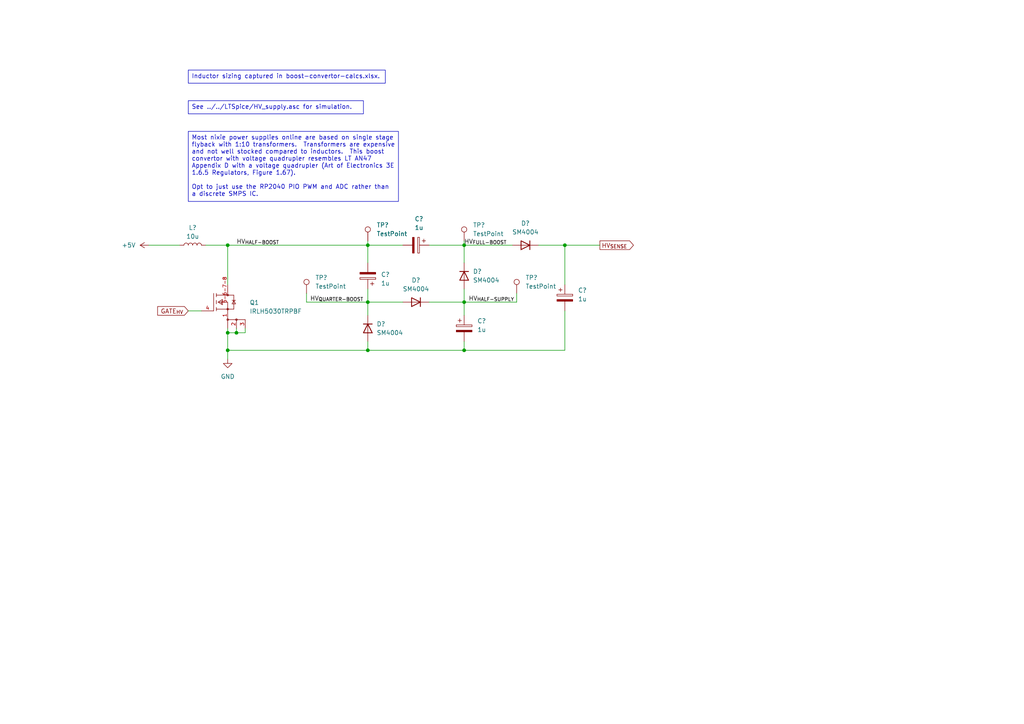
<source format=kicad_sch>
(kicad_sch (version 20230121) (generator eeschema)
  (paper "A4")
  (title_block (title "Nixie Accurate Clock") (rev "A") (company "Paul Willis"))
  (lib_symbols
    (symbol "00_lib:IRLH5030TRPBF" (pin_names (offset 1.016))
      (property "Reference" "Q" (at 0 10.16 0))
      (property "Value" "IRLH5030TRPBF" (at 0 12.7 0))
      (symbol "IRLH5030TRPBF_1_1"
        (polyline (pts (xy 6.096 0) (xy 6.096 5.08)))
        (polyline (pts (xy 6.858 0.508) (xy 10.16 0.508)))
        (polyline (pts (xy 6.858 1.016) (xy 6.858 0)))
        (polyline (pts (xy 6.858 3.048) (xy 6.858 2.032)))
        (polyline (pts (xy 6.858 4.064) (xy 6.858 5.08)))
        (polyline (pts (xy 6.858 4.572) (xy 10.16 4.572)))
        (polyline (pts (xy 7.366 2.54) (xy 8.636 1.778)))
        (polyline (pts (xy 7.366 2.54) (xy 8.636 3.302)))
        (polyline (pts (xy 7.62 2.54) (xy 10.16 2.54)))
        (polyline (pts (xy 8.382 2.794) (xy 8.382 2.032)))
        (polyline (pts (xy 8.636 3.302) (xy 8.636 1.778)))
        (polyline (pts (xy 10.16 -2.54) (xy 15.24 -2.54)))
        (polyline (pts (xy 10.16 0.508) (xy 11.938 0.508)))
        (polyline (pts (xy 11.43 2.032) (xy 12.446 2.032)))
        (polyline (pts (xy 11.938 0.508) (xy 11.938 4.572)))
        (polyline (pts (xy 11.938 3.048) (xy 11.43 2.032)))
        (polyline (pts (xy 11.938 3.048) (xy 11.43 3.048)))
        (polyline (pts (xy 11.938 3.048) (xy 12.446 3.048)))
        (polyline (pts (xy 11.938 4.572) (xy 10.16 4.572)))
        (polyline (pts (xy 12.446 2.032) (xy 11.938 3.048)))
        (circle (center 10.16 -2.54) (radius 0.254))
        (circle (center 10.16 0.508) (radius 0.254))
        (circle (center 10.16 4.572) (radius 0.254))
        (circle (center 12.7 -2.54) (radius 0.254))
        (pin passive line (at 10.16 -5.08 90) (length 7.62) (name "S") (number "1"))
        (pin passive line (at 12.7 -5.08 90) (length 2.54) (name "S") (number "2"))
        (pin passive line (at 15.24 -5.08 90) (length 2.54) (name "S") (number "3"))
        (pin passive line (at 2.54 0 0) (length 3.556) (name "G") (number "4"))
        (pin passive line (at 10.16 7.62 270) (length 3.048) (name "D") (number "5-6-7-8"))
      )
    )
    (symbol "Connector:TestPoint" (pin_numbers hide) (pin_names (offset 0.762) hide)
      (property "Reference" "TP" (at 0 6.858 0))
      (property "Value" "TestPoint" (at 0 5.08 0))
      (symbol "TestPoint_0_1"
        (circle (center 0 3.302) (radius 0.762))
      )
      (symbol "TestPoint_1_1"
        (pin passive line (at 0 0 90) (length 2.54) (name "1") (number "1"))
      )
    )
    (symbol "Device:C_Polarized" (pin_numbers hide) (pin_names (offset 0.254))
      (property "Reference" "C" (at 0.635 2.54 0))
      (property "Value" "C_Polarized" (at 0.635 -2.54 0))
      (symbol "C_Polarized_0_1"
        (rectangle (start -2.286 0.508) (end 2.286 1.016))
        (polyline (pts (xy -1.778 2.286) (xy -0.762 2.286)))
        (polyline (pts (xy -1.27 2.794) (xy -1.27 1.778)))
        (rectangle (start 2.286 -0.508) (end -2.286 -1.016) (fill (type outline)))
      )
      (symbol "C_Polarized_1_1"
        (pin passive line (at 0 3.81 270) (length 2.794) (name "~") (number "1"))
        (pin passive line (at 0 -3.81 90) (length 2.794) (name "~") (number "2"))
      )
    )
    (symbol "Device:L" (pin_numbers hide) (pin_names (offset 1.016) hide)
      (property "Reference" "L" (at -1.27 0 90))
      (property "Value" "L" (at 1.905 0 90))
      (symbol "L_0_1"
        (arc (start 0 -2.54) (mid 0.6323 -1.905) (end 0 -1.27))
        (arc (start 0 -1.27) (mid 0.6323 -0.635) (end 0 0))
        (arc (start 0 0) (mid 0.6323 0.635) (end 0 1.27))
        (arc (start 0 1.27) (mid 0.6323 1.905) (end 0 2.54))
      )
      (symbol "L_1_1"
        (pin passive line (at 0 3.81 270) (length 1.27) (name "1") (number "1"))
        (pin passive line (at 0 -3.81 90) (length 1.27) (name "2") (number "2"))
      )
    )
    (symbol "Diode:SM4004" (pin_numbers hide) (pin_names hide)
      (property "Reference" "D2" (at 0 -6.35 0))
      (property "Value" "SM4004" (at 0 -3.81 0))
      (symbol "SM4004_0_1"
        (polyline (pts (xy -1.27 1.27) (xy -1.27 -1.27)) (stroke (width 0.254)))
        (polyline (pts (xy 1.27 0) (xy -1.27 0)))
        (polyline (pts (xy 1.27 1.27) (xy 1.27 -1.27) (xy -1.27 0) (xy 1.27 1.27)) (stroke (width 0.254)))
      )
      (symbol "SM4004_1_1"
        (pin power_out line (at -3.81 0 0) (length 2.54) (name "K") (number "1"))
        (pin passive line (at 3.81 0 180) (length 2.54) (name "A") (number "2"))
      )
    )
    (symbol "SM4004_1" (pin_numbers hide) (pin_names hide)
      (property "Reference" "D1" (at 0 -6.35 0))
      (property "Value" "SM4004" (at 0 -3.81 0))
      (symbol "SM4004_1_0_1"
        (polyline (pts (xy -1.27 1.27) (xy -1.27 -1.27)) (stroke (width 0.254)))
        (polyline (pts (xy 1.27 0) (xy -1.27 0)))
        (polyline (pts (xy 1.27 1.27) (xy 1.27 -1.27) (xy -1.27 0) (xy 1.27 1.27)) (stroke (width 0.254)))
      )
      (symbol "SM4004_1_1_1"
        (pin passive line (at -3.81 0 0) (length 2.54) (name "K") (number "1"))
        (pin passive line (at 3.81 0 180) (length 2.54) (name "A") (number "2"))
      )
    )
    (symbol "power:+5V" (power) (pin_names (offset 0))
      (property "Value" "+5V" (at 0 3.556 0))
      (symbol "+5V_0_1"
        (polyline (pts (xy -0.762 1.27) (xy 0 2.54)))
        (polyline (pts (xy 0 0) (xy 0 2.54)))
        (polyline (pts (xy 0 2.54) (xy 0.762 1.27)))
      )
      (symbol "+5V_1_1"
        (pin power_in line (at 0 0 90) (length 0) hide (name "+5V") (number "1"))
      )
    )
    (symbol "power:GND" (power) (pin_names (offset 0))
      (property "Value" "GND" (at 0 -3.81 0))
      (symbol "GND_0_1"
        (polyline (pts (xy 0 0) (xy 0 -1.27) (xy 1.27 -1.27) (xy 0 -2.54) (xy -1.27 -1.27) (xy 0 -1.27)))
      )
      (symbol "GND_1_1"
        (pin power_in line (at 0 0 270) (length 0) hide (name "GND") (number "1"))
      )
    )
  )
  (junction (at 134.62 71.12))
  (junction (at 106.68 71.12))
  (junction (at 66.04 96.52))
  (junction (at 134.62 87.63))
  (junction (at 66.04 101.6))
  (junction (at 106.68 87.63))
  (junction (at 163.83 71.12))
  (junction (at 106.68 101.6))
  (junction (at 66.04 71.12))
  (junction (at 68.58 96.52))
  (junction (at 134.62 101.6))
  (wire (pts (xy 106.68 99.06) (xy 106.68 101.6)))
  (wire (pts (xy 106.68 69.85) (xy 106.68 71.12)))
  (wire (pts (xy 134.62 71.12) (xy 134.62 76.2)))
  (wire (pts (xy 66.04 101.6) (xy 106.68 101.6)))
  (wire (pts (xy 66.04 101.6) (xy 66.04 104.14)))
  (wire (pts (xy 66.04 71.12) (xy 106.68 71.12)))
  (wire (pts (xy 59.69 71.12) (xy 66.04 71.12)))
  (wire (pts (xy 88.9 87.63) (xy 106.68 87.63)))
  (wire (pts (xy 43.18 71.12) (xy 52.07 71.12)))
  (wire (pts (xy 66.04 96.52) (xy 66.04 101.6)))
  (wire (pts (xy 134.62 71.12) (xy 148.59 71.12)))
  (wire (pts (xy 134.62 83.82) (xy 134.62 87.63)))
  (wire (pts (xy 134.62 87.63) (xy 149.86 87.63)))
  (wire (pts (xy 106.68 87.63) (xy 106.68 91.44)))
  (wire (pts (xy 66.04 96.52) (xy 68.58 96.52)))
  (wire (pts (xy 68.58 96.52) (xy 71.12 96.52)))
  (wire (pts (xy 163.83 71.12) (xy 156.21 71.12)))
  (wire (pts (xy 163.83 90.17) (xy 163.83 101.6)))
  (wire (pts (xy 106.68 71.12) (xy 116.84 71.12)))
  (wire (pts (xy 149.86 87.63) (xy 149.86 85.09)))
  (wire (pts (xy 163.83 71.12) (xy 173.99 71.12)))
  (wire (pts (xy 134.62 87.63) (xy 134.62 91.44)))
  (wire (pts (xy 106.68 76.2) (xy 106.68 71.12)))
  (wire (pts (xy 134.62 101.6) (xy 106.68 101.6)))
  (wire (pts (xy 124.46 71.12) (xy 134.62 71.12)))
  (wire (pts (xy 106.68 83.82) (xy 106.68 87.63)))
  (wire (pts (xy 106.68 87.63) (xy 116.84 87.63)))
  (wire (pts (xy 68.58 95.25) (xy 68.58 96.52)))
  (wire (pts (xy 134.62 69.85) (xy 134.62 71.12)))
  (wire (pts (xy 54.61 90.17) (xy 58.42 90.17)))
  (wire (pts (xy 66.04 95.25) (xy 66.04 96.52)))
  (wire (pts (xy 124.46 87.63) (xy 134.62 87.63)))
  (wire (pts (xy 66.04 71.12) (xy 66.04 82.55)))
  (wire (pts (xy 163.83 101.6) (xy 134.62 101.6)))
  (wire (pts (xy 163.83 82.55) (xy 163.83 71.12)))
  (wire (pts (xy 134.62 99.06) (xy 134.62 101.6)))
  (wire (pts (xy 71.12 96.52) (xy 71.12 95.25)))
  (wire (pts (xy 88.9 85.09) (xy 88.9 87.63)))
  (text_box "Inductor sizing captured in boost-convertor-calcs.xlsx." (at 54.61 20.32 0) (size 57.15 3.81) (effects (font (size 1.27 1.27)) (justify left top)))
  (text_box "Most nixie power supplies online are based on single stage flyback with 1:10 transformers.  Transformers are expensive and not well stocked compared to inductors.  This boost convertor with voltage quadrupler resembles LT AN47 Appendix D with a voltage quadrupler (Art of Electronics 3E 1.6.5 Regulators, Figure 1.67).\n\nOpt to just use the RP2040 PIO PWM and ADC rather than a discrete SMPS IC." (at 54.61 38.1 0) (size 60.96 20.32) (effects (font (size 1.27 1.27)) (justify left top)))
  (text_box "See ../../LTSpice/HV_supply.asc for simulation." (at 54.61 29.21 0) (size 50.8 3.81) (effects (font (size 1.27 1.27)) (justify left top)))
  (label "HV_{HALF-BOOST}" (at 68.58 71.12 0))
  (label "HV_{QUARTER-BOOST}" (at 105.41 87.63 180))
  (label "HV_{FULL-BOOST}" (at 134.62 71.12 0))
  (label "HV_{HALF-SUPPLY}" (at 135.89 87.63 0))
  (global_label "GATE_{HV}" (shape input) (at 54.61 90.17 180) (property "Intersheetrefs" "${INTERSHEET_REFS}" (effects hide)))
  (global_label "HV_{SENSE}" (shape output) (at 173.99 71.12 0) (property "Intersheetrefs" "${INTERSHEET_REFS}" (effects hide)))
  (symbol (lib_id "Diode:SM4004") (at 134.62 80.01 270) (unit 1)
    (property "Reference" "D?" (at 137.16 78.74 90) (effects (justify left)))
    (property "Value" "SM4004" (at 137.16 81.28 90) (effects (justify left)))
    (property "Footprint" "Diode_SMD:D_MELF" (effects hide))
    (property "Datasheet" "http://cdn-reichelt.de/documents/datenblatt/A400/SMD1N400%23DIO.pdf" (effects hide))
    (property "Model" "SM4004" (effects hide))
    (property "Price" "0.27" (effects hide))
    (property "Digikey link" "https://www.digikey.com/en/products/detail/diotec-semiconductor/SM4004/13155357" (effects hide))
    (property "Mouser link" "https://www.mouser.com/ProductDetail/Diotec-Semiconductor/SM4004?qs=OlC7AqGiEDkXkiBPoivHAA%3D%3D" (effects hide))
    (instances (project "nixieAccurateClock" (path "" (reference "D?") (unit 1)) (path "" (reference "D?") (unit 1)) (path "" (reference "D2") (unit 1))))
  )
  (symbol (lib_id "Diode:SM4004") (at 120.65 87.63 180) (unit 1)
    (property "Reference" "D?" (at 120.65 81.28 0))
    (property "Value" "SM4004" (at 120.65 83.82 0))
    (property "Footprint" "Diode_SMD:D_MELF" (effects hide))
    (property "Datasheet" "http://cdn-reichelt.de/documents/datenblatt/A400/SMD1N400%23DIO.pdf" (effects hide))
    (property "Model" "SM4004" (effects hide))
    (property "Price" "0.27" (effects hide))
    (property "Digikey link" "https://www.digikey.com/en/products/detail/diotec-semiconductor/SM4004/13155357" (effects hide))
    (property "Mouser link" "https://www.mouser.com/ProductDetail/Diotec-Semiconductor/SM4004?qs=OlC7AqGiEDkXkiBPoivHAA%3D%3D" (effects hide))
    (instances (project "nixieAccurateClock" (path "" (reference "D?") (unit 1)) (path "" (reference "D?") (unit 1)) (path "" (reference "D3") (unit 1))))
  )
  (symbol (lib_id "Device:C_Polarized") (at 120.65 71.12 270) (unit 1)
    (property "Reference" "C?" (at 121.539 63.5 90))
    (property "Value" "1u" (at 121.539 66.04 90))
    (property "Footprint" "Capacitor_SMD:CP_Elec_8x10" (effects hide))
    (property "Datasheet" "https://www.nichicon.co.jp/english/series_items/catalog_pdf/e-uux.pdf" (effects hide))
    (property "Model" "UUX2G010MNL1GS" (effects hide))
    (property "Price" "0.69" (effects hide))
    (property "Digikey link" "https://www.digikey.com/en/products/detail/nichicon/UUX2G010MNL1GS/3973996" (effects hide))
    (property "Mouser link" "https://www.mouser.com/ProductDetail/Nichicon/UUX2G010MNL1GS?qs=aoAypCcaRa%2FXm3BGeiMtMQ%3D%3D" (effects hide))
    (instances (project "nixieAccurateClock" (path "" (reference "C?") (unit 1)) (path "" (reference "C4") (unit 1))))
  )
  (symbol (lib_id "power:+5V") (at 43.18 71.12 90) (unit 1)
    (property "Reference" "#PWR?" (effects hide))
    (property "Value" "+5V" (at 39.37 71.12 90) (effects (justify left)))
    (property "Sim.Enable" "0" (effects hide))
    (instances (project "nixieAccurateClock" (path "" (reference "#PWR?") (unit 1)) (path "" (reference "#PWR044") (unit 1))))
  )
  (symbol (lib_id "power:GND") (at 66.04 104.14 0) (unit 1)
    (property "Reference" "#PWR?" (effects hide))
    (property "Value" "GND" (at 66.04 109.22 0))
    (instances (project "nixieAccurateClock" (path "" (reference "#PWR?") (unit 1)) (path "" (reference "#PWR045") (unit 1))))
  )
  (symbol (lib_id "Connector:TestPoint") (at 149.86 85.09 0) (unit 1)
    (property "Reference" "TP?" (at 152.4 80.518 0) (effects (justify left)))
    (property "Value" "TestPoint" (at 152.4 83.058 0) (effects (justify left)))
    (property "Footprint" "00_lib:TestPoint_Keystone_5019_Minature" (effects hide))
    (property "Datasheet" "https://www.mouser.com/datasheet/2/215/019-743690.pdf" (effects hide))
    (property "Model" "5019" (effects hide))
    (property "Price" "0.33" (effects hide))
    (property "Digikey link" "https://www.digikey.com/en/products/detail/keystone-electronics/5019/3907343" (effects hide))
    (property "Mouser link" "https://www.mouser.com/ProductDetail/Keystone-Electronics/5019?qs=wOxb8XianXjjCAsb90Ilzw%3D%3D" (effects hide))
    (instances (project "nixieAccurateClock" (path "" (reference "TP?") (unit 1)) (path "" (reference "TP4") (unit 1))))
  )
  (symbol (lib_id "Diode:SM4004") (at 106.68 95.25 270) (unit 1)
    (property "Reference" "D?" (at 109.22 93.98 90) (effects (justify left)))
    (property "Value" "SM4004" (at 109.22 96.52 90) (effects (justify left)))
    (property "Footprint" "Diode_SMD:D_MELF" (effects hide))
    (property "Datasheet" "http://cdn-reichelt.de/documents/datenblatt/A400/SMD1N400%23DIO.pdf" (effects hide))
    (property "Model" "SM4004" (effects hide))
    (property "Price" "0.27" (effects hide))
    (property "Digikey link" "https://www.digikey.com/en/products/detail/diotec-semiconductor/SM4004/13155357" (effects hide))
    (property "Mouser link" "https://www.mouser.com/ProductDetail/Diotec-Semiconductor/SM4004?qs=OlC7AqGiEDkXkiBPoivHAA%3D%3D" (effects hide))
    (instances (project "nixieAccurateClock" (path "" (reference "D?") (unit 1)) (path "" (reference "D?") (unit 1)) (path "" (reference "D4") (unit 1))))
  )
  (symbol (lib_id "Connector:TestPoint") (at 134.62 69.85 0) (unit 1)
    (property "Reference" "TP?" (at 137.16 65.278 0) (effects (justify left)))
    (property "Value" "TestPoint" (at 137.16 67.818 0) (effects (justify left)))
    (property "Footprint" "00_lib:TestPoint_Keystone_5019_Minature" (effects hide))
    (property "Datasheet" "https://www.mouser.com/datasheet/2/215/019-743690.pdf" (effects hide))
    (property "Model" "5019" (effects hide))
    (property "Price" "0.33" (effects hide))
    (property "Digikey link" "https://www.digikey.com/en/products/detail/keystone-electronics/5019/3907343" (effects hide))
    (property "Mouser link" "https://www.mouser.com/ProductDetail/Keystone-Electronics/5019?qs=wOxb8XianXjjCAsb90Ilzw%3D%3D" (effects hide))
    (instances (project "nixieAccurateClock" (path "" (reference "TP?") (unit 1)) (path "" (reference "TP2") (unit 1))))
  )
  (symbol (lib_id "Device:C_Polarized") (at 134.62 95.25 0) (unit 1)
    (property "Reference" "C?" (at 138.43 93.091 0) (effects (justify left)))
    (property "Value" "1u" (at 138.43 95.631 0) (effects (justify left)))
    (property "Footprint" "Capacitor_SMD:CP_Elec_8x10" (effects hide))
    (property "Datasheet" "https://www.nichicon.co.jp/english/series_items/catalog_pdf/e-uux.pdf" (effects hide))
    (property "Model" "UUX2G010MNL1GS" (effects hide))
    (property "Price" "0.69" (effects hide))
    (property "Digikey link" "https://www.digikey.com/en/products/detail/nichicon/UUX2G010MNL1GS/3973996" (effects hide))
    (property "Mouser link" "https://www.mouser.com/ProductDetail/Nichicon/UUX2G010MNL1GS?qs=aoAypCcaRa%2FXm3BGeiMtMQ%3D%3D" (effects hide))
    (instances (project "nixieAccurateClock" (path "" (reference "C?") (unit 1)) (path "" (reference "C7") (unit 1))))
  )
  (symbol (lib_name "SM4004_1") (lib_id "Diode:SM4004") (at 152.4 71.12 180) (unit 1)
    (property "Reference" "D?" (at 152.4 64.77 0))
    (property "Value" "SM4004" (at 152.4 67.31 0))
    (property "Footprint" "Diode_SMD:D_MELF" (effects hide))
    (property "Datasheet" "http://cdn-reichelt.de/documents/datenblatt/A400/SMD1N400%23DIO.pdf" (effects hide))
    (property "Model" "SM4004" (effects hide))
    (property "Price" "0.27" (effects hide))
    (property "Digikey link" "https://www.digikey.com/en/products/detail/diotec-semiconductor/SM4004/13155357" (effects hide))
    (property "Mouser link" "https://www.mouser.com/ProductDetail/Diotec-Semiconductor/SM4004?qs=OlC7AqGiEDkXkiBPoivHAA%3D%3D" (effects hide))
    (instances (project "nixieAccurateClock" (path "" (reference "D?") (unit 1)) (path "" (reference "D?") (unit 1)) (path "" (reference "D1") (unit 1))))
  )
  (symbol (lib_id "Connector:TestPoint") (at 106.68 69.85 0) (unit 1)
    (property "Reference" "TP?" (at 109.22 65.278 0) (effects (justify left)))
    (property "Value" "TestPoint" (at 109.22 67.818 0) (effects (justify left)))
    (property "Footprint" "00_lib:TestPoint_Keystone_5019_Minature" (effects hide))
    (property "Datasheet" "https://www.mouser.com/datasheet/2/215/019-743690.pdf" (effects hide))
    (property "Model" "5019" (effects hide))
    (property "Price" "0.33" (effects hide))
    (property "Digikey link" "https://www.digikey.com/en/products/detail/keystone-electronics/5019/3907343" (effects hide))
    (property "Mouser link" "https://www.mouser.com/ProductDetail/Keystone-Electronics/5019?qs=wOxb8XianXjjCAsb90Ilzw%3D%3D" (effects hide))
    (instances (project "nixieAccurateClock" (path "" (reference "TP?") (unit 1)) (path "" (reference "TP1") (unit 1))))
  )
  (symbol (lib_id "Device:L") (at 55.88 71.12 90) (unit 1)
    (property "Reference" "L?" (at 55.88 66.04 90))
    (property "Value" "10u" (at 55.88 68.58 90))
    (property "Footprint" "00_lib:IND_BOURNS_SRR1280" (effects hide))
    (property "Datasheet" "https://www.bourns.com/docs/Product-Datasheets/SRR1280.pdf" (effects hide))
    (property "Model" "SRR1280-100M" (effects hide))
    (property "Price" "1.02" (effects hide))
    (property "Digikey link" "https://www.digikey.com/en/products/detail/bourns-inc/SRR1280-100M/1969992" (effects hide))
    (property "Mouser link" "https://www.mouser.com/ProductDetail/Bourns/SRR1280-100M?qs=brMhP%2FMjUfe%2FtbNTKcGHiQ%3D%3D" (effects hide))
    (instances (project "nixieAccurateClock" (path "" (reference "L?") (unit 1)) (path "" (reference "L1") (unit 1))))
  )
  (symbol (lib_id "Device:C_Polarized") (at 163.83 86.36 0) (unit 1)
    (property "Reference" "C?" (at 167.64 84.201 0) (effects (justify left)))
    (property "Value" "1u" (at 167.64 86.741 0) (effects (justify left)))
    (property "Footprint" "Capacitor_SMD:CP_Elec_8x10" (effects hide))
    (property "Datasheet" "https://www.nichicon.co.jp/english/series_items/catalog_pdf/e-uux.pdf" (effects hide))
    (property "Model" "UUX2G010MNL1GS" (effects hide))
    (property "Price" "0.69" (effects hide))
    (property "Digikey link" "https://www.digikey.com/en/products/detail/nichicon/UUX2G010MNL1GS/3973996" (effects hide))
    (property "Mouser link" "https://www.mouser.com/ProductDetail/Nichicon/UUX2G010MNL1GS?qs=aoAypCcaRa%2FXm3BGeiMtMQ%3D%3D" (effects hide))
    (instances (project "nixieAccurateClock" (path "" (reference "C?") (unit 1)) (path "" (reference "C6") (unit 1))))
  )
  (symbol (lib_id "Connector:TestPoint") (at 88.9 85.09 0) (unit 1)
    (property "Reference" "TP?" (at 91.44 80.518 0) (effects (justify left)))
    (property "Value" "TestPoint" (at 91.44 83.058 0) (effects (justify left)))
    (property "Footprint" "00_lib:TestPoint_Keystone_5019_Minature" (effects hide))
    (property "Datasheet" "https://www.mouser.com/datasheet/2/215/019-743690.pdf" (effects hide))
    (property "Model" "5019" (effects hide))
    (property "Price" "0.33" (effects hide))
    (property "Digikey link" "https://www.digikey.com/en/products/detail/keystone-electronics/5019/3907343" (effects hide))
    (property "Mouser link" "https://www.mouser.com/ProductDetail/Keystone-Electronics/5019?qs=wOxb8XianXjjCAsb90Ilzw%3D%3D" (effects hide))
    (instances (project "nixieAccurateClock" (path "" (reference "TP?") (unit 1)) (path "" (reference "TP3") (unit 1))))
  )
  (symbol (lib_id "00_lib:IRLH5030TRPBF") (at 55.88 90.17 0) (unit 1)
    (property "Reference" "Q1" (at 72.39 87.757 0) (effects (justify left)))
    (property "Value" "IRLH5030TRPBF" (at 72.39 90.297 0) (effects (justify left)))
    (property "Footprint" "00_lib:Infineon-PG-TDSON-8-0-0-MFG" (effects hide))
    (property "Datasheet" "https://www.infineon.com/dgdl/Infineon-IRLH5030-DataSheet-v01_01-EN.pdf?fileId=5546d462533600a4015356635f1a2599" (effects hide))
    (property "automotive" "No" (effects hide))
    (property "category" "Trans" (effects hide))
    (property "continuous drain current" "13A" (effects hide))
    (property "depletion mode" "False" (effects hide))
    (property "device class L1" "Discrete Semiconductors" (effects hide))
    (property "device class L2" "Transistors" (effects hide))
    (property "device class L3" "MOSFETs" (effects hide))
    (property "digikey description" "MOSFET N-CH 100V 13A/100A 8PQFN" (effects hide))
    (property "digikey part number" "IRLH5030TRPBFCT-ND" (effects hide))
    (property "drain to source breakdown voltage" "100V" (effects hide))
    (property "drain to source resistance" "7.2mΩ" (effects hide))
    (property "drain to source voltage" "100V" (effects hide))
    (property "gate charge at vgs" "94nC @ 10V" (effects hide))
    (property "gate to source voltage" "16V" (effects hide))
    (property "input capacitace at vds" "5185pF @ 50V" (effects hide))
    (property "lead free" "Yes" (effects hide))
    (property "library id" "63421d26e5b51282" (effects hide))
    (property "manufacturer" "Infineon" (effects hide))
    (property "max forward diode voltage" "1V" (effects hide))
    (property "max junction temp" "+150°C" (effects hide))
    (property "mouser description" "MOSFET, N-Channel, 100V, 100A, 9.0 mOhm max, 44 nC Qg, PQFN, Logic Level" (effects hide))
    (property "mouser part number" "942-IRLH5030TRPBF" (effects hide))
    (property "number of N channels" "1" (effects hide))
    (property "number of channels" "1" (effects hide))
    (property "package" "PQFN8" (effects hide))
    (property "power dissipation" "3.6W" (effects hide))
    (property "pulse drain current" "400A" (effects hide))
    (property "reverse recovery charge" "190nC" (effects hide))
    (property "reverse recovery time" "32ns" (effects hide))
    (property "rohs" "Yes" (effects hide))
    (property "rthja max" "35°C/W" (effects hide))
    (property "temperature range high" "+150°C" (effects hide))
    (property "temperature range low" "-55°C" (effects hide))
    (property "threshold vgs max" "2.5V" (effects hide))
    (property "threshold vgs min" "1V" (effects hide))
    (property "turn off delay time" "41ns" (effects hide))
    (property "turn on delay time" "21ns" (effects hide))
    (property "Digikey link" "https://www.digikey.com/en/products/detail/infineon-technologies/IRLH5030TRPBF/2271796" (effects hide))
    (property "Mouser link" "https://www.mouser.com/ProductDetail/Infineon-Technologies/IRLH5030TRPBF?qs=Z8%252BeY1k3TIL8EWFp4wqiCA%3D%3D" (effects hide))
    (property "Price" "2.33" (effects hide))
  )
  (symbol (lib_id "Device:C_Polarized") (at 106.68 80.01 180) (unit 1)
    (property "Reference" "C?" (at 110.49 79.629 0) (effects (justify right)))
    (property "Value" "1u" (at 110.49 82.169 0) (effects (justify right)))
    (property "Footprint" "Capacitor_SMD:CP_Elec_8x10" (effects hide))
    (property "Datasheet" "https://www.nichicon.co.jp/english/series_items/catalog_pdf/e-uux.pdf" (effects hide))
    (property "Model" "UUX2G010MNL1GS" (effects hide))
    (property "Price" "0.69" (effects hide))
    (property "Digikey link" "https://www.digikey.com/en/products/detail/nichicon/UUX2G010MNL1GS/3973996" (effects hide))
    (property "Mouser link" "https://www.mouser.com/ProductDetail/Nichicon/UUX2G010MNL1GS?qs=aoAypCcaRa%2FXm3BGeiMtMQ%3D%3D" (effects hide))
    (instances (project "nixieAccurateClock" (path "" (reference "C?") (unit 1)) (path "" (reference "C5") (unit 1))))
  )
)
</source>
